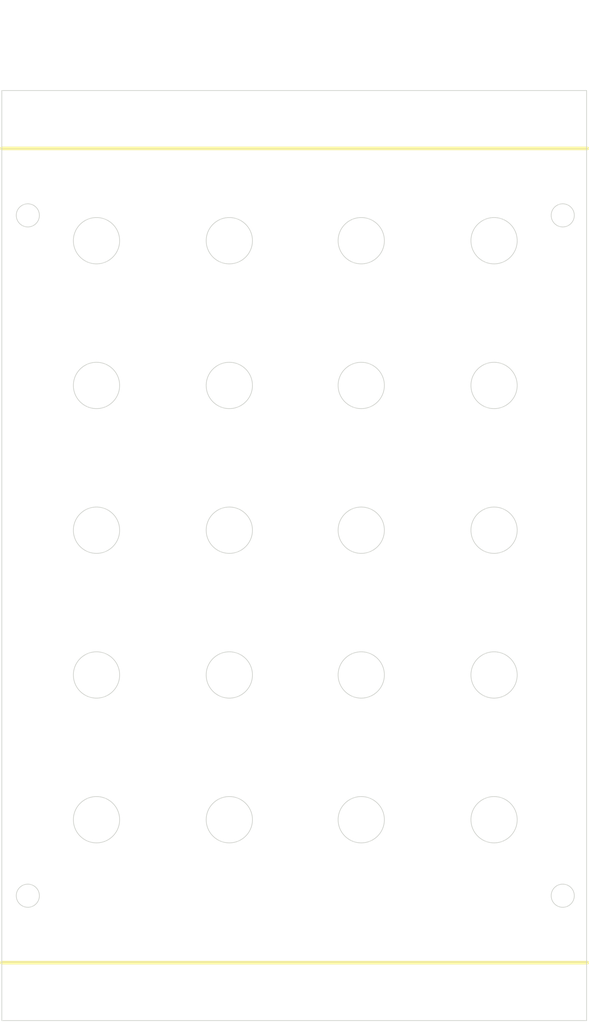
<source format=kicad_pcb>
(kicad_pcb (version 20211014) (generator pcbnew)
  (layers (0 "F.Cu" signal) (31 "B.Cu" signal) (34 "B.Paste" user) (35 "F.Paste" user) (36 "B.SilkS" user "B.Silkscreen") (37 "F.SilkS" user "F.Silkscreen") (38 "B.Mask" user) (39 "F.Mask" user) (44 "Edge.Cuts" user))
  (net 0 "")
  (footprint "MountingHole:MountingHole_3.2mm_M3" (layer "F.Cu") (at 5.08 125.5)
    (fp_text reference "REF**" hide)
    (fp_text value "MountingHole_3.2mm_M3" hide)
    (pad "" np_thru_hole oval locked (at 0 0) (size 7 3.2) (drill oval 7 3.2) (layers F&B.Cu *.Mask))
  )
  (footprint "MountingHole:MountingHole_3.2mm_M3" (layer "F.Cu") (at 75.82 125.5)
    (fp_text reference "REF**" hide)
    (fp_text value "MountingHole_3.2mm_M3" hide)
    (pad "" np_thru_hole oval locked (at 0 0) (size 7 3.2) (drill oval 7 3.2) (layers F&B.Cu *.Mask))
  )
  (footprint "MountingHole:MountingHole_3.2mm_M3" (layer "F.Cu") (at 75.82 3)
    (fp_text reference "REF**" hide)
    (fp_text value "MountingHole_3.2mm_M3" hide)
    (pad "" np_thru_hole oval locked (at 0 0) (size 7 3.2) (drill oval 7 3.2) (layers F&B.Cu *.Mask))
  )
  (footprint "MountingHole:MountingHole_3.2mm_M3" (layer "F.Cu") (at 5.08 3)
    (fp_text reference "REF**" hide)
    (fp_text value "MountingHole_3.2mm_M3" hide)
    (pad "" np_thru_hole oval locked (at 0 0) (size 7 3.2) (drill oval 7 3.2) (layers F&B.Cu *.Mask))
  )
  (gr_line (start 81 120.5) (end 0 120.5) (layer "F.SilkS") (width 0.5))
  (gr_line (start 81 8) (end 0 8) (layer "F.SilkS") (width 0.5))
  (gr_line (start 80.9 0) (end 80.9 128.5) (layer "Edge.Cuts") (width 0.1))
  (gr_line (start 0 128.5) (end 0 0) (layer "Edge.Cuts") (width 0.1))
  (gr_circle (center 49.725 80.75) (end 52.925 80.75) (layer "Edge.Cuts") (width 0.1) (fill none))
  (gr_circle (center 3.6 111.25) (end 5.2 111.25) (layer "Edge.Cuts") (width 0.1) (fill none))
  (gr_circle (center 31.475 60.75) (end 34.675 60.75) (layer "Edge.Cuts") (width 0.1) (fill none))
  (gr_circle (center 13.1 40.75) (end 16.3 40.75) (layer "Edge.Cuts") (width 0.1) (fill none))
  (gr_circle (center 13.1 20.75) (end 16.3 20.75) (layer "Edge.Cuts") (width 0.1) (fill none))
  (gr_circle (center 31.475 80.75) (end 34.675 80.75) (layer "Edge.Cuts") (width 0.1) (fill none))
  (gr_circle (center 77.6 111.25) (end 79.2 111.25) (layer "Edge.Cuts") (width 0.1) (fill none))
  (gr_circle (center 68.1 20.75) (end 71.3 20.75) (layer "Edge.Cuts") (width 0.1) (fill none))
  (gr_circle (center 49.725 20.75) (end 52.925 20.75) (layer "Edge.Cuts") (width 0.1) (fill none))
  (gr_circle (center 68.1 40.75) (end 71.3 40.75) (layer "Edge.Cuts") (width 0.1) (fill none))
  (gr_circle (center 68.1 80.75) (end 71.3 80.75) (layer "Edge.Cuts") (width 0.1) (fill none))
  (gr_line (start 0 0) (end 80.9 0) (layer "Edge.Cuts") (width 0.1))
  (gr_circle (center 49.725 60.75) (end 52.925 60.75) (layer "Edge.Cuts") (width 0.1) (fill none))
  (gr_circle (center 31.475 20.75) (end 34.675 20.75) (layer "Edge.Cuts") (width 0.1) (fill none))
  (gr_circle (center 3.6 17.25) (end 5.2 17.25) (layer "Edge.Cuts") (width 0.1) (fill none))
  (gr_circle (center 13.1 100.75) (end 16.3 100.75) (layer "Edge.Cuts") (width 0.1) (fill none))
  (gr_circle (center 31.475 40.75) (end 34.675 40.75) (layer "Edge.Cuts") (width 0.1) (fill none))
  (gr_line (start 80.9 128.5) (end 0 128.5) (layer "Edge.Cuts") (width 0.1))
  (gr_circle (center 31.475 100.75) (end 34.675 100.75) (layer "Edge.Cuts") (width 0.1) (fill none))
  (gr_circle (center 68.1 100.75) (end 71.3 100.75) (layer "Edge.Cuts") (width 0.1) (fill none))
  (gr_circle (center 13.1 60.75) (end 16.3 60.75) (layer "Edge.Cuts") (width 0.1) (fill none))
  (gr_circle (center 68.1 60.75) (end 71.3 60.75) (layer "Edge.Cuts") (width 0.1) (fill none))
  (gr_circle (center 49.725 40.75) (end 52.925 40.75) (layer "Edge.Cuts") (width 0.1) (fill none))
  (gr_circle (center 13.1 80.75) (end 16.3 80.75) (layer "Edge.Cuts") (width 0.1) (fill none))
  (gr_circle (center 77.6 17.25) (end 79.2 17.25) (layer "Edge.Cuts") (width 0.1) (fill none))
  (gr_circle (center 49.725 100.75) (end 52.925 100.75) (layer "Edge.Cuts") (width 0.1) (fill none))
)
</source>
